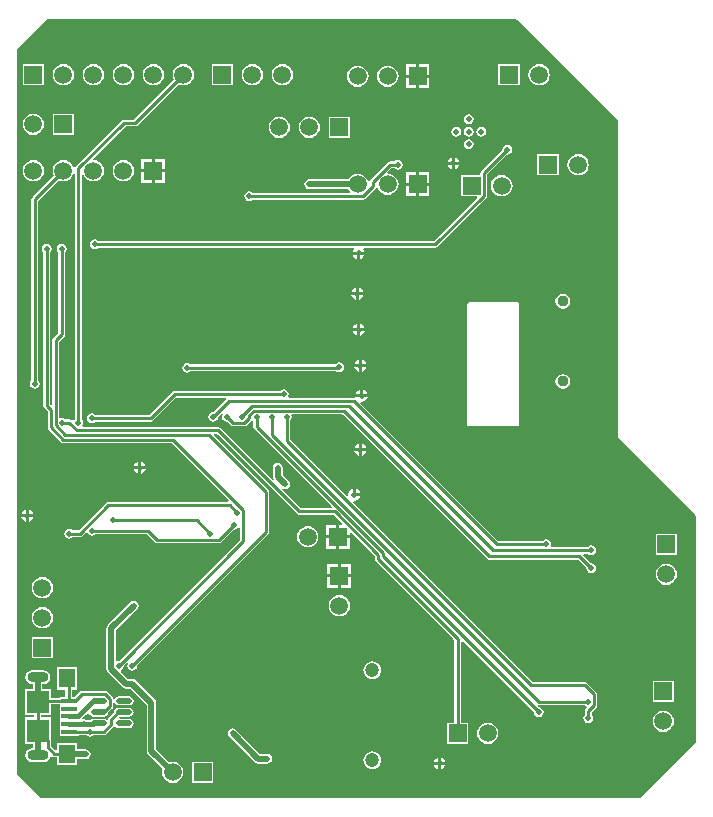
<source format=gbl>
%FSTAX23Y23*%
%MOIN*%
%SFA1B1*%

%IPPOS*%
%ADD16C,0.010000*%
%ADD75C,0.019680*%
%ADD77C,0.015000*%
%ADD78R,0.059060X0.059060*%
%ADD79C,0.059060*%
%ADD80C,0.037400*%
%ADD81R,0.059060X0.059060*%
%ADD82C,0.019680*%
%ADD83O,0.070870X0.035430*%
%ADD84C,0.047240*%
%ADD85O,0.053150X0.017720*%
%ADD86R,0.053150X0.015750*%
%ADD87R,0.055120X0.062990*%
%ADD88R,0.074800X0.074800*%
%LNsolears_v1-1*%
%LPD*%
G36*
X02675Y03604D02*
X02902Y03377D01*
X02982Y03297*
X03014Y03265*
Y02215*
X03015Y02211*
X03017Y02207*
X03274Y0195*
Y01194*
X0309Y0101*
X01089*
X0101Y01084*
Y03505*
X01109Y03604*
X02675*
G37*
%LNsolears_v1-2*%
%LPC*%
G36*
X02385Y03454D02*
X02351D01*
Y0342*
X02385*
Y03454*
G37*
G36*
X02341D02*
X02306D01*
Y0342*
X02341*
Y03454*
G37*
G36*
X0173Y03455D02*
X01659D01*
Y03384*
X0173*
Y03455*
G37*
G36*
X011D02*
X01029D01*
Y03384*
X011*
Y03455*
G37*
G36*
X02686D02*
X02615D01*
Y03384*
X02686*
Y03455*
G37*
G36*
X01895Y03455D02*
X01885Y03454D01*
X01877Y0345*
X01869Y03445*
X01864Y03437*
X0186Y03429*
X01859Y0342*
X0186Y0341*
X01864Y03402*
X01869Y03394*
X01877Y03389*
X01885Y03385*
X01895Y03384*
X01904Y03385*
X01912Y03389*
X0192Y03394*
X01925Y03402*
X01929Y0341*
X0193Y0342*
X01929Y03429*
X01925Y03437*
X0192Y03445*
X01912Y0345*
X01904Y03454*
X01895Y03455*
G37*
G36*
X01795D02*
X01785Y03454D01*
X01777Y0345*
X01769Y03445*
X01764Y03437*
X0176Y03429*
X01759Y0342*
X0176Y0341*
X01764Y03402*
X01769Y03394*
X01777Y03389*
X01785Y03385*
X01795Y03384*
X01804Y03385*
X01812Y03389*
X0182Y03394*
X01825Y03402*
X01829Y0341*
X0183Y0342*
X01829Y03429*
X01825Y03437*
X0182Y03445*
X01812Y0345*
X01804Y03454*
X01795Y03455*
G37*
G36*
X01565D02*
X01555Y03454D01*
X01547Y0345*
X01539Y03445*
X01534Y03437*
X0153Y03429*
X01529Y0342*
X0153Y0341*
X01533Y03404*
X014Y0327*
X01367*
X01363Y0327*
X01359Y03267*
X01207Y03115*
X01204Y03111*
X01199Y03109*
X01199Y03109*
X01195Y03117*
X0119Y03125*
X01182Y0313*
X01174Y03134*
X01165Y03135*
X01155Y03134*
X01147Y0313*
X01139Y03125*
X01134Y03117*
X0113Y03109*
X01129Y031*
X0113Y0309*
X01133Y03084*
X01062Y03012*
X01059Y03009*
X01058Y03005*
Y02401*
X01058Y02401*
X01055Y02396*
X01053Y0239*
X01055Y02383*
X01058Y02378*
X01063Y02375*
X0107Y02373*
X01076Y02375*
X01081Y02378*
X01084Y02383*
X01086Y0239*
X01084Y02396*
X01081Y02401*
X01081Y02401*
Y03*
X01149Y03068*
X01155Y03065*
X01165Y03064*
X01174Y03065*
X01182Y03069*
X0119Y03074*
X01195Y03082*
X01198Y03089*
X01203Y03088*
Y02271*
X01203Y02271*
X01201Y02267*
X01195Y02265*
X01193Y02267*
X01189Y0227*
X01185Y02271*
X01171*
X01171Y02271*
X01166Y02274*
X0116Y02276*
X01155Y02275*
X0115Y02278*
Y02529*
X01167Y02546*
X0117Y0255*
X01171Y02554*
Y02828*
X01171Y02828*
X01174Y02833*
X01176Y0284*
X01174Y02846*
X01171Y02851*
X01166Y02854*
X0116Y02856*
X01153Y02854*
X01148Y02851*
X01145Y02846*
X01143Y0284*
X01145Y02833*
X01148Y02828*
X01148Y02828*
Y02559*
X01131Y02541*
X01128Y02538*
X01128Y02534*
Y02322*
X01123Y02319*
X01121Y02321*
Y02828*
X01121Y02828*
X01124Y02833*
X01126Y0284*
X01124Y02846*
X01121Y02851*
X01116Y02854*
X0111Y02856*
X01103Y02854*
X01098Y02851*
X01095Y02846*
X01093Y0284*
X01095Y02833*
X01098Y02828*
X01098Y02828*
Y02315*
X01099Y0231*
X01102Y02307*
X01112Y02297*
Y02244*
X01113Y0224*
X01115Y02236*
X01157Y02195*
X0116Y02192*
X01164Y02192*
X01526*
X01717Y02001*
X01715Y01996*
X01315*
X01311Y01995*
X01307Y01992*
X01216Y01901*
X01196*
X01196Y01901*
X01191Y01904*
X01185Y01906*
X01178Y01904*
X01173Y01901*
X0117Y01896*
X01168Y0189*
X0117Y01883*
X01173Y01878*
X01178Y01875*
X01185Y01873*
X01191Y01875*
X01196Y01878*
X01196Y01878*
X0122*
X01224Y01879*
X01228Y01882*
X0124Y01894*
X01246Y01892*
X01248Y01888*
X01253Y01885*
X0126Y01883*
X01266Y01885*
X01271Y01888*
X01271Y01888*
X01443*
X0147Y01861*
X01474Y01858*
X01478Y01858*
X01684*
X01688Y01858*
X01692Y01861*
X01734Y01904*
X01735Y01903*
X01741Y01905*
X01746Y01908*
X01749Y01913*
X01749Y01913*
X01754Y0191*
Y0187*
X0135Y01466*
X0135Y01466*
X01345Y01465*
X0134Y01468*
Y01567*
X01411Y01638*
X01414Y01643*
X01416Y0165*
X01414Y01656*
X01411Y01661*
X01406Y01664*
X014Y01666*
X01393Y01664*
X01388Y01661*
X01313Y01585*
X01309Y0158*
X01308Y01574*
Y01439*
X01309Y01433*
X01313Y01428*
X01362Y01378*
X01367Y01375*
X01373Y01373*
X01388*
X01442Y01319*
Y01166*
X01443Y0116*
X01447Y01154*
X01496Y01106*
X01495Y01104*
X01494Y01095*
X01495Y01085*
X01499Y01077*
X01504Y01069*
X01512Y01064*
X0152Y0106*
X0153Y01059*
X01539Y0106*
X01547Y01064*
X01555Y01069*
X0156Y01077*
X01564Y01085*
X01565Y01095*
X01564Y01104*
X0156Y01112*
X01555Y0112*
X01547Y01125*
X01539Y01129*
X0153Y0113*
X0152Y01129*
X01518Y01128*
X01474Y01172*
Y01326*
X01473Y01332*
X0147Y01337*
X01406Y01401*
X01401Y01404*
X01395Y01406*
X0138*
X01356Y0143*
X01357Y01436*
X01361Y01438*
X01364Y01443*
X01366Y0145*
X01366Y0145*
X01378Y01462*
X01378Y01462*
X01382Y01459*
X01381Y01458*
X0138Y01456*
X01378Y0145*
X0138Y01443*
X01383Y01438*
X01388Y01435*
X01395Y01433*
X01401Y01435*
X01406Y01438*
X01409Y01443*
X01411Y0145*
X01411Y0145*
X01847Y01887*
X0185Y0189*
X01851Y01895*
Y0203*
X0185Y02034*
X01847Y02037*
X01666Y02219*
X01668Y02223*
X01676*
X01942Y01957*
X01946Y01954*
X0195Y01953*
X02064*
X02094Y01924*
X02092Y01919*
X02085*
Y01885*
X02119*
Y01892*
X02124Y01894*
X02203Y01814*
Y01805*
X02204Y01801*
X02207Y01797*
X02468Y01535*
Y0126*
X02444*
Y01189*
X02515*
Y0126*
X02491*
Y01531*
X02495Y01533*
X02734Y01295*
X02733Y01295*
X02735Y01288*
X02738Y01283*
X02743Y0128*
X0275Y01278*
X02756Y0128*
X02761Y01283*
X02764Y01288*
X02766Y01295*
X02764Y01301*
X02761Y01306*
X02756Y01309*
X0275Y01311*
X02749Y01311*
X02746Y01314*
X02748Y01319*
X0275Y01318*
X029*
X02901Y01318*
X02906Y01315*
X02908Y01314*
X02909Y01309*
X02908Y01307*
X02905Y01304*
X02904Y01299*
Y01287*
X02903Y01286*
X029Y01281*
X02898Y01275*
X029Y01268*
X02903Y01263*
X02908Y0126*
X02915Y01258*
X02921Y0126*
X02926Y01263*
X02929Y01268*
X02931Y01275*
X02929Y01281*
X02926Y01285*
Y01295*
X02941Y01309*
X02943Y01312*
X02944Y01317*
Y01354*
Y01354*
X02943Y01358*
X02941Y01361*
X0291Y01392*
X02906Y01395*
X02902Y01396*
X02729*
X0213Y01995*
X02132Y02*
X02135Y01999*
X02142Y02001*
X02149Y02005*
X02153Y02012*
X02154Y02015*
X02135*
Y0202*
X0213*
Y02039*
X02127Y02038*
X0212Y02034*
X02116Y02027*
X02114Y0202*
X02115Y02017*
X0211Y02015*
X01921Y02204*
Y02268*
X01921Y02268*
X01924Y02273*
X01926Y0228*
X01925Y02284*
X01928Y02289*
X02094*
X02577Y01807*
X0258Y01804*
X02585Y01803*
X0288*
X02909Y01775*
X02908Y01775*
X0291Y01768*
X02913Y01763*
X02918Y0176*
X02925Y01758*
X02931Y0176*
X02936Y01763*
X02939Y01768*
X02941Y01775*
X02939Y01781*
X02936Y01786*
X02931Y01789*
X02925Y01791*
X02924Y01791*
X02897Y01818*
X02899Y01823*
X02914*
X02918Y0182*
X02925Y01818*
X02931Y0182*
X02936Y01823*
X02939Y01828*
X02941Y01835*
X02939Y01841*
X02936Y01846*
X02931Y01849*
X02925Y01851*
X02918Y01849*
X02913Y01846*
X02912Y01845*
X02793*
X0279Y0185*
X02791Y01855*
X02789Y01861*
X02786Y01866*
X02781Y01869*
X02775Y01871*
X02768Y01869*
X02763Y01866*
X02763Y01866*
X02614*
X02155Y02325*
X02157Y0233*
X0216Y02329*
X02167Y02331*
X02174Y02335*
X02178Y02342*
X02179Y02345*
X02139*
X02138Y02344*
X02136Y02342*
X02132Y02343*
X01916*
X01914Y02348*
X01914Y02348*
X01916Y02355*
X01914Y02361*
X01911Y02366*
X01906Y02369*
X019Y02371*
X01893Y02369*
X01888Y02366*
X01888Y02366*
X01536*
X01532Y02365*
X01528Y02362*
X01451Y02286*
X01271*
X01271Y02286*
X01266Y02289*
X0126Y02291*
X01253Y02289*
X01248Y02286*
X01245Y02281*
X01243Y02275*
X01245Y02268*
X01248Y02263*
X01253Y0226*
X0126Y02258*
X01266Y0226*
X01271Y02263*
X01271Y02263*
X01456*
X0146Y02264*
X01464Y02267*
X0154Y02343*
X01706*
X01708Y02338*
X01665Y02296*
X01665Y02296*
X01658Y02294*
X01653Y02291*
X0165Y02286*
X01648Y0228*
X0165Y02273*
X01653Y02268*
X01658Y02265*
X01665Y02263*
X01671Y02265*
X01676Y02268*
X01679Y02273*
X01681Y0228*
X01681Y0228*
X01693Y02292*
X01693Y02292*
X01697Y02289*
X01696Y02288*
X01695Y02286*
X01693Y0228*
X01695Y02273*
X01698Y02268*
X01703Y02265*
X0171Y02263*
X0171Y02264*
X01722Y02251*
X01726Y02248*
X0173Y02248*
X01768*
X01772Y02248*
X01776Y02251*
X01792Y02267*
X01797Y02265*
X01798Y02263*
Y02246*
X01799Y02242*
X01802Y02239*
X0206Y0198*
X02058Y01976*
X01955*
X01893Y02037*
X01897Y02041*
X01898Y0204*
X01905Y02038*
X01911Y0204*
X01916Y02043*
X01919Y02048*
X01921Y02055*
X01919Y02061*
X01916Y02066*
X01896Y02086*
Y0211*
X01894Y02116*
X01891Y02121*
X01886Y02124*
X0188Y02126*
X01873Y02124*
X01868Y02121*
X01865Y02116*
X01863Y0211*
Y0208*
X01865Y02073*
X01866Y02072*
X01862Y02068*
X01688Y02242*
X01684Y02245*
X0168Y02246*
X0123*
X01228Y02251*
X01229Y02253*
X01231Y0226*
X01229Y02266*
X01226Y02271*
X01226Y02271*
Y03088*
X01231Y03089*
X01234Y03082*
X01239Y03074*
X01247Y03069*
X01255Y03065*
X01265Y03064*
X01274Y03065*
X01282Y03069*
X0129Y03074*
X01295Y03082*
X01299Y0309*
X013Y031*
X01299Y03109*
X01295Y03117*
X0129Y03125*
X01282Y0313*
X01274Y03134*
X01266Y03135*
X01263Y0314*
X01372Y03248*
X01404*
X01409Y03249*
X01412Y03251*
X01549Y03388*
X01555Y03385*
X01565Y03384*
X01574Y03385*
X01582Y03389*
X0159Y03394*
X01595Y03402*
X01599Y0341*
X016Y0342*
X01599Y03429*
X01595Y03437*
X0159Y03445*
X01582Y0345*
X01574Y03454*
X01565Y03455*
G37*
G36*
X01465D02*
X01455Y03454D01*
X01447Y0345*
X01439Y03445*
X01434Y03437*
X0143Y03429*
X01429Y0342*
X0143Y0341*
X01434Y03402*
X01439Y03394*
X01447Y03389*
X01455Y03385*
X01465Y03384*
X01474Y03385*
X01482Y03389*
X0149Y03394*
X01495Y03402*
X01499Y0341*
X015Y0342*
X01499Y03429*
X01495Y03437*
X0149Y03445*
X01482Y0345*
X01474Y03454*
X01465Y03455*
G37*
G36*
X01365D02*
X01355Y03454D01*
X01347Y0345*
X01339Y03445*
X01334Y03437*
X0133Y03429*
X01329Y0342*
X0133Y0341*
X01334Y03402*
X01339Y03394*
X01347Y03389*
X01355Y03385*
X01365Y03384*
X01374Y03385*
X01382Y03389*
X0139Y03394*
X01395Y03402*
X01399Y0341*
X014Y0342*
X01399Y03429*
X01395Y03437*
X0139Y03445*
X01382Y0345*
X01374Y03454*
X01365Y03455*
G37*
G36*
X01265D02*
X01255Y03454D01*
X01247Y0345*
X01239Y03445*
X01234Y03437*
X0123Y03429*
X01229Y0342*
X0123Y0341*
X01234Y03402*
X01239Y03394*
X01247Y03389*
X01255Y03385*
X01265Y03384*
X01274Y03385*
X01282Y03389*
X0129Y03394*
X01295Y03402*
X01299Y0341*
X013Y0342*
X01299Y03429*
X01295Y03437*
X0129Y03445*
X01282Y0345*
X01274Y03454*
X01265Y03455*
G37*
G36*
X01165D02*
X01155Y03454D01*
X01147Y0345*
X01139Y03445*
X01134Y03437*
X0113Y03429*
X01129Y0342*
X0113Y0341*
X01134Y03402*
X01139Y03394*
X01147Y03389*
X01155Y03385*
X01165Y03384*
X01174Y03385*
X01182Y03389*
X0119Y03394*
X01195Y03402*
X01199Y0341*
X012Y0342*
X01199Y03429*
X01195Y03437*
X0119Y03445*
X01182Y0345*
X01174Y03454*
X01165Y03455*
G37*
G36*
X02751D02*
X02742Y03454D01*
X02733Y0345*
X02726Y03445*
X0272Y03437*
X02716Y03429*
X02715Y0342*
X02716Y0341*
X0272Y03402*
X02726Y03394*
X02733Y03389*
X02742Y03385*
X02751Y03384*
X0276Y03385*
X02769Y03389*
X02776Y03394*
X02782Y03402*
X02785Y0341*
X02787Y0342*
X02785Y03429*
X02782Y03437*
X02776Y03445*
X02769Y0345*
X0276Y03454*
X02751Y03455*
G37*
G36*
X02246Y0345D02*
X02237Y03449D01*
X02228Y03445*
X02221Y0344*
X02215Y03432*
X02211Y03424*
X0221Y03415*
X02211Y03405*
X02215Y03397*
X02221Y03389*
X02228Y03384*
X02237Y0338*
X02246Y03379*
X02255Y0338*
X02264Y03384*
X02271Y03389*
X02277Y03397*
X0228Y03405*
X02282Y03415*
X0228Y03424*
X02277Y03432*
X02271Y0344*
X02264Y03445*
X02255Y03449*
X02246Y0345*
G37*
G36*
X02146D02*
X02137Y03449D01*
X02128Y03445*
X02121Y0344*
X02115Y03432*
X02111Y03424*
X0211Y03415*
X02111Y03405*
X02115Y03397*
X02121Y03389*
X02128Y03384*
X02137Y0338*
X02146Y03379*
X02155Y0338*
X02164Y03384*
X02171Y03389*
X02177Y03397*
X0218Y03405*
X02182Y03415*
X0218Y03424*
X02177Y03432*
X02171Y0344*
X02164Y03445*
X02155Y03449*
X02146Y0345*
G37*
G36*
X02385Y0341D02*
X02351D01*
Y03375*
X02385*
Y0341*
G37*
G36*
X02341D02*
X02306D01*
Y03375*
X02341*
Y0341*
G37*
G36*
X02516Y03287D02*
X0251Y03286D01*
X02504Y03282*
X02501Y03277*
X025Y03271*
X02501Y03265*
X02504Y03259*
X0251Y03256*
X02516Y03255*
X02522Y03256*
X02527Y03259*
X02531Y03265*
X02532Y03271*
X02531Y03277*
X02527Y03282*
X02522Y03286*
X02516Y03287*
G37*
G36*
X012Y0329D02*
X01129D01*
Y03219*
X012*
Y0329*
G37*
G36*
X01065Y0329D02*
X01055Y03289D01*
X01047Y03285*
X01039Y0328*
X01034Y03272*
X0103Y03264*
X01029Y03255*
X0103Y03245*
X01034Y03237*
X01039Y03229*
X01047Y03224*
X01055Y0322*
X01065Y03219*
X01074Y0322*
X01082Y03224*
X0109Y03229*
X01095Y03237*
X01099Y03245*
X011Y03255*
X01099Y03264*
X01095Y03272*
X0109Y0328*
X01082Y03285*
X01074Y03289*
X01065Y0329*
G37*
G36*
X02557Y03246D02*
X02551Y03244D01*
X02546Y03241*
X02542Y03236*
X02541Y0323*
X02542Y03223*
X02546Y03218*
X02551Y03215*
X02557Y03213*
X02563Y03215*
X02569Y03218*
X02572Y03223*
X02573Y0323*
X02572Y03236*
X02569Y03241*
X02563Y03244*
X02557Y03246*
G37*
G36*
X02516D02*
X0251Y03244D01*
X02504Y03241*
X02501Y03236*
X025Y0323*
X02501Y03223*
X02504Y03218*
X0251Y03215*
X02516Y03213*
X02522Y03215*
X02527Y03218*
X02531Y03223*
X02532Y0323*
X02531Y03236*
X02527Y03241*
X02522Y03244*
X02516Y03246*
G37*
G36*
X02475D02*
X02468Y03244D01*
X02463Y03241*
X0246Y03236*
X02458Y0323*
X0246Y03223*
X02463Y03218*
X02468Y03215*
X02475Y03213*
X02481Y03215*
X02486Y03218*
X02489Y03223*
X02491Y0323*
X02489Y03236*
X02486Y03241*
X02481Y03244*
X02475Y03246*
G37*
G36*
X0212Y0328D02*
X02049D01*
Y03209*
X0212*
Y0328*
G37*
G36*
X01985Y0328D02*
X01975Y03279D01*
X01967Y03275*
X01959Y0327*
X01954Y03262*
X0195Y03254*
X01949Y03245*
X0195Y03235*
X01954Y03227*
X01959Y03219*
X01967Y03214*
X01975Y0321*
X01985Y03209*
X01994Y0321*
X02002Y03214*
X0201Y03219*
X02015Y03227*
X02019Y03235*
X0202Y03245*
X02019Y03254*
X02015Y03262*
X0201Y0327*
X02002Y03275*
X01994Y03279*
X01985Y0328*
G37*
G36*
X01885D02*
X01875Y03279D01*
X01867Y03275*
X01859Y0327*
X01854Y03262*
X0185Y03254*
X01849Y03245*
X0185Y03235*
X01854Y03227*
X01859Y03219*
X01867Y03214*
X01875Y0321*
X01885Y03209*
X01894Y0321*
X01902Y03214*
X0191Y03219*
X01915Y03227*
X01919Y03235*
X0192Y03245*
X01919Y03254*
X01915Y03262*
X0191Y0327*
X01902Y03275*
X01894Y03279*
X01885Y0328*
G37*
G36*
X02516Y03204D02*
X0251Y03203D01*
X02504Y032*
X02501Y03194*
X025Y03188*
X02501Y03182*
X02504Y03177*
X0251Y03173*
X02516Y03172*
X02522Y03173*
X02527Y03177*
X02531Y03182*
X02532Y03188*
X02531Y03194*
X02527Y032*
X02522Y03203*
X02516Y03204*
G37*
G36*
X02645Y03186D02*
X02638Y03184D01*
X02633Y03181*
X0263Y03176*
X02628Y0317*
X02629Y03169*
X02558Y03099*
X02556Y03096*
X02555Y03091*
Y03085*
X0249*
Y03014*
X02543*
X02545Y03009*
X02401Y02866*
X01281*
X01281Y02866*
X01276Y02869*
X0127Y02871*
X01263Y02869*
X01258Y02866*
X01255Y02861*
X01253Y02855*
X01255Y02848*
X01258Y02843*
X01263Y0284*
X0127Y02838*
X01276Y0284*
X01281Y02843*
X01281Y02843*
X02133*
X02134Y0284*
X02135Y02838*
X02131Y02832*
X0213Y0283*
X02169*
X02168Y02832*
X02164Y02838*
X02165Y0284*
X02166Y02843*
X02405*
X0241Y02844*
X02413Y02847*
X02574Y03008*
X02577Y03011*
X02577Y03015*
Y03015*
Y03087*
X02644Y03154*
X02645Y03153*
X02651Y03155*
X02656Y03158*
X02659Y03163*
X02661Y0317*
X02659Y03176*
X02656Y03181*
X02651Y03184*
X02645Y03186*
G37*
G36*
X0228Y03136D02*
X02273Y03134D01*
X02268Y03131*
X02268Y03131*
X02254*
X02249Y0313*
X02246Y03127*
X02188Y0307*
X02186Y03066*
X02181Y03064*
X0218Y03064*
X02177Y03072*
X02171Y0308*
X02164Y03085*
X02155Y03089*
X02146Y0309*
X02137Y03089*
X02128Y03085*
X02121Y0308*
X02115Y03072*
X02114Y03071*
X01985*
X01978Y03069*
X01973Y03066*
X0197Y03061*
X01968Y03055*
X0197Y03048*
X01973Y03043*
X01978Y0304*
X01985Y03038*
X02114*
X02115Y03037*
X0212Y0303*
X02118Y03025*
X01796*
X01796Y03026*
X01791Y03029*
X01785Y03031*
X01778Y03029*
X01773Y03026*
X0177Y03021*
X01768Y03015*
X0177Y03008*
X01773Y03003*
X01778Y03*
X01785Y02998*
X01791Y03*
X01796Y03003*
X02163*
X02167Y03004*
X0217Y03006*
X02204Y03039*
X02206Y03043*
X02211Y03045*
X02212Y03045*
X02215Y03037*
X02221Y03029*
X02228Y03024*
X02237Y0302*
X02246Y03019*
X02255Y0302*
X02264Y03024*
X02271Y03029*
X02277Y03037*
X0228Y03045*
X02282Y03055*
X0228Y03064*
X02277Y03072*
X02271Y0308*
X02264Y03085*
X02255Y03089*
X02247Y0309*
X02245Y03095*
X02258Y03108*
X02268*
X02268Y03108*
X02273Y03105*
X0228Y03103*
X02286Y03105*
X02291Y03108*
X02294Y03113*
X02296Y0312*
X02294Y03126*
X02291Y03131*
X02286Y03134*
X0228Y03136*
G37*
G36*
X0247Y03144D02*
Y0313D01*
X02484*
X02483Y03132*
X02479Y03139*
X02472Y03143*
X0247Y03144*
G37*
G36*
X0246D02*
X02457Y03143D01*
X0245Y03139*
X02446Y03132*
X02445Y0313*
X0246*
Y03144*
G37*
G36*
X02484Y0312D02*
X0247D01*
Y03105*
X02472Y03106*
X02479Y0311*
X02483Y03117*
X02484Y0312*
G37*
G36*
X0246D02*
X02445D01*
X02446Y03117*
X0245Y0311*
X02457Y03106*
X0246Y03105*
Y0312*
G37*
G36*
X01504Y03139D02*
X0147D01*
Y03105*
X01504*
Y03139*
G37*
G36*
X0146D02*
X01425D01*
Y03105*
X0146*
Y03139*
G37*
G36*
X02816Y03155D02*
X02745D01*
Y03084*
X02816*
Y03155*
G37*
G36*
X02881Y03155D02*
X02872Y03154D01*
X02863Y0315*
X02856Y03145*
X0285Y03137*
X02846Y03129*
X02845Y0312*
X02846Y0311*
X0285Y03102*
X02856Y03094*
X02863Y03089*
X02872Y03085*
X02881Y03084*
X0289Y03085*
X02899Y03089*
X02906Y03094*
X02912Y03102*
X02915Y0311*
X02917Y0312*
X02915Y03129*
X02912Y03137*
X02906Y03145*
X02899Y0315*
X0289Y03154*
X02881Y03155*
G37*
G36*
X01365Y03135D02*
X01355Y03134D01*
X01347Y0313*
X01339Y03125*
X01334Y03117*
X0133Y03109*
X01329Y031*
X0133Y0309*
X01334Y03082*
X01339Y03074*
X01347Y03069*
X01355Y03065*
X01365Y03064*
X01374Y03065*
X01382Y03069*
X0139Y03074*
X01395Y03082*
X01399Y0309*
X014Y031*
X01399Y03109*
X01395Y03117*
X0139Y03125*
X01382Y0313*
X01374Y03134*
X01365Y03135*
G37*
G36*
X01065D02*
X01055Y03134D01*
X01047Y0313*
X01039Y03125*
X01034Y03117*
X0103Y03109*
X01029Y031*
X0103Y0309*
X01034Y03082*
X01039Y03074*
X01047Y03069*
X01055Y03065*
X01065Y03064*
X01074Y03065*
X01082Y03069*
X0109Y03074*
X01095Y03082*
X01099Y0309*
X011Y031*
X01099Y03109*
X01095Y03117*
X0109Y03125*
X01082Y0313*
X01074Y03134*
X01065Y03135*
G37*
G36*
X01504Y03095D02*
X0147D01*
Y0306*
X01504*
Y03095*
G37*
G36*
X0146D02*
X01425D01*
Y0306*
X0146*
Y03095*
G37*
G36*
X02385Y03094D02*
X02351D01*
Y0306*
X02385*
Y03094*
G37*
G36*
X02341D02*
X02306D01*
Y0306*
X02341*
Y03094*
G37*
G36*
X02385Y0305D02*
X02351D01*
Y03015*
X02385*
Y0305*
G37*
G36*
X02341D02*
X02306D01*
Y03015*
X02341*
Y0305*
G37*
G36*
X02626Y03085D02*
X02617Y03084D01*
X02608Y0308*
X02601Y03075*
X02595Y03067*
X02591Y03059*
X0259Y0305*
X02591Y0304*
X02595Y03032*
X02601Y03024*
X02608Y03019*
X02617Y03015*
X02626Y03014*
X02635Y03015*
X02644Y03019*
X02651Y03024*
X02657Y03032*
X0266Y0304*
X02662Y0305*
X0266Y03059*
X02657Y03067*
X02651Y03075*
X02644Y0308*
X02635Y03084*
X02626Y03085*
G37*
G36*
X02169Y0282D02*
X02155D01*
Y02805*
X02157Y02806*
X02164Y0281*
X02168Y02817*
X02169Y0282*
G37*
G36*
X02145D02*
X0213D01*
X02131Y02817*
X02135Y0281*
X02142Y02806*
X02145Y02805*
Y0282*
G37*
G36*
X0215Y02709D02*
Y02695D01*
X02164*
X02163Y02697*
X02159Y02704*
X02152Y02708*
X0215Y02709*
G37*
G36*
X0214D02*
X02137Y02708D01*
X0213Y02704*
X02126Y02697*
X02125Y02695*
X0214*
Y02709*
G37*
G36*
X02164Y02685D02*
X0215D01*
Y0267*
X02152Y02671*
X02159Y02675*
X02163Y02682*
X02164Y02685*
G37*
G36*
X0214D02*
X02125D01*
X02126Y02682*
X0213Y02675*
X02137Y02671*
X0214Y0267*
Y02685*
G37*
G36*
X0283Y0269D02*
X0282Y02688D01*
X02812Y02682*
X02806Y02674*
X02804Y02665*
X02806Y02655*
X02812Y02647*
X0282Y02641*
X0283Y02639*
X02839Y02641*
X02847Y02647*
X02853Y02655*
X02855Y02665*
X02853Y02674*
X02847Y02682*
X02839Y02688*
X0283Y0269*
G37*
G36*
X02155Y02589D02*
Y02575D01*
X02169*
X02168Y02577*
X02164Y02584*
X02157Y02588*
X02155Y02589*
G37*
G36*
X02145D02*
X02142Y02588D01*
X02135Y02584*
X02131Y02577*
X0213Y02575*
X02145*
Y02589*
G37*
G36*
X02169Y02565D02*
X02155D01*
Y0255*
X02157Y02551*
X02164Y02555*
X02168Y02562*
X02169Y02565*
G37*
G36*
X02145D02*
X0213D01*
X02131Y02562*
X02135Y02555*
X02142Y02551*
X02145Y0255*
Y02565*
G37*
G36*
X0216Y02469D02*
Y02455D01*
X02174*
X02173Y02457*
X02169Y02464*
X02162Y02468*
X0216Y02469*
G37*
G36*
X0215D02*
X02147Y02468D01*
X0214Y02464*
X02136Y02457*
X02135Y02455*
X0215*
Y02469*
G37*
G36*
X02085Y02461D02*
X02078Y02459D01*
X02073Y02456*
X02072Y02454*
X01587*
X01583Y02457*
X01577Y02458*
X01571Y02457*
X01566Y02453*
X01562Y02448*
X01561Y02442*
X01562Y02436*
X01566Y02431*
X01571Y02427*
X01577Y02426*
X01583Y02427*
X01588Y02431*
X01589Y02432*
X02075*
X02078Y0243*
X02085Y02428*
X02091Y0243*
X02096Y02433*
X02099Y02438*
X02101Y02445*
X02099Y02451*
X02096Y02456*
X02091Y02459*
X02085Y02461*
G37*
G36*
X02174Y02445D02*
X0216D01*
Y0243*
X02162Y02431*
X02169Y02435*
X02173Y02442*
X02174Y02445*
G37*
G36*
X0215D02*
X02135D01*
X02136Y02442*
X0214Y02435*
X02147Y02431*
X0215Y0243*
Y02445*
G37*
G36*
X0283Y02422D02*
X0282Y0242D01*
X02812Y02415*
X02806Y02406*
X02804Y02397*
X02806Y02387*
X02812Y02379*
X0282Y02374*
X0283Y02372*
X02839Y02374*
X02847Y02379*
X02853Y02387*
X02855Y02397*
X02853Y02406*
X02847Y02415*
X02839Y0242*
X0283Y02422*
G37*
G36*
X02165Y02369D02*
Y02355D01*
X02179*
X02178Y02357*
X02174Y02364*
X02167Y02368*
X02165Y02369*
G37*
G36*
X02155D02*
X02152Y02368D01*
X02145Y02364*
X02141Y02357*
X0214Y02355*
X02155*
Y02369*
G37*
G36*
X02677Y02661D02*
X02518D01*
X02513Y02659*
X02511Y02655*
Y02253*
X02513Y02249*
X02518Y02247*
X02677*
X02682Y02249*
X02684Y02253*
Y02655*
X02682Y02659*
X02677Y02661*
G37*
G36*
X0216Y02189D02*
Y02175D01*
X02174*
X02173Y02177*
X02169Y02184*
X02162Y02188*
X0216Y02189*
G37*
G36*
X0215D02*
X02147Y02188D01*
X0214Y02184*
X02136Y02177*
X02135Y02175*
X0215*
Y02189*
G37*
G36*
X02174Y02165D02*
X0216D01*
Y0215*
X02162Y02151*
X02169Y02155*
X02173Y02162*
X02174Y02165*
G37*
G36*
X0215D02*
X02135D01*
X02136Y02162*
X0214Y02155*
X02147Y02151*
X0215Y0215*
Y02165*
G37*
G36*
X01425Y02129D02*
Y02115D01*
X01439*
X01438Y02117*
X01434Y02124*
X01427Y02128*
X01425Y02129*
G37*
G36*
X01415D02*
X01412Y02128D01*
X01405Y02124*
X01401Y02117*
X014Y02115*
X01415*
Y02129*
G37*
G36*
X01439Y02105D02*
X01425D01*
Y0209*
X01427Y02091*
X01434Y02095*
X01438Y02102*
X01439Y02105*
G37*
G36*
X01415D02*
X014D01*
X01401Y02102*
X01405Y02095*
X01412Y02091*
X01415Y0209*
Y02105*
G37*
G36*
X0214Y02039D02*
Y02025D01*
X02154*
X02153Y02027*
X02149Y02034*
X02142Y02038*
X0214Y02039*
G37*
G36*
X0105Y01969D02*
Y01955D01*
X01064*
X01063Y01957*
X01059Y01964*
X01052Y01968*
X0105Y01969*
G37*
G36*
X0104D02*
X01037Y01968D01*
X0103Y01964*
X01026Y01957*
X01025Y01955*
X0104*
Y01969*
G37*
G36*
X01064Y01945D02*
X0105D01*
Y0193*
X01052Y01931*
X01059Y01935*
X01063Y01942*
X01064Y01945*
G37*
G36*
X0104D02*
X01025D01*
X01026Y01942*
X0103Y01935*
X01037Y01931*
X0104Y0193*
Y01945*
G37*
G36*
X02075Y01919D02*
X0204D01*
Y01885*
X02075*
Y01919*
G37*
G36*
X0198Y01915D02*
X0197Y01914D01*
X01962Y0191*
X01954Y01905*
X01949Y01897*
X01945Y01889*
X01944Y0188*
X01945Y0187*
X01949Y01862*
X01954Y01854*
X01962Y01849*
X0197Y01845*
X0198Y01844*
X01989Y01845*
X01997Y01849*
X02005Y01854*
X0201Y01862*
X02014Y0187*
X02015Y0188*
X02014Y01889*
X0201Y01897*
X02005Y01905*
X01997Y0191*
X01989Y01914*
X0198Y01915*
G37*
G36*
X02119Y01875D02*
X02085D01*
Y0184*
X02119*
Y01875*
G37*
G36*
X02075D02*
X0204D01*
Y0184*
X02075*
Y01875*
G37*
G36*
X0321Y0189D02*
X03139D01*
Y01819*
X0321*
Y0189*
G37*
G36*
X02124Y01789D02*
X0209D01*
Y01755*
X02124*
Y01789*
G37*
G36*
X0208D02*
X02045D01*
Y01755*
X0208*
Y01789*
G37*
G36*
X03175Y0179D02*
X03165Y01789D01*
X03157Y01785*
X03149Y0178*
X03144Y01772*
X0314Y01764*
X03139Y01755*
X0314Y01745*
X03144Y01737*
X03149Y01729*
X03157Y01724*
X03165Y0172*
X03175Y01719*
X03184Y0172*
X03192Y01724*
X032Y01729*
X03205Y01737*
X03209Y01745*
X0321Y01755*
X03209Y01764*
X03205Y01772*
X032Y0178*
X03192Y01785*
X03184Y01789*
X03175Y0179*
G37*
G36*
X02124Y01745D02*
X0209D01*
Y0171*
X02124*
Y01745*
G37*
G36*
X0208D02*
X02045D01*
Y0171*
X0208*
Y01745*
G37*
G36*
X01095Y01745D02*
X01085Y01744D01*
X01077Y0174*
X01069Y01735*
X01064Y01727*
X0106Y01719*
X01059Y0171*
X0106Y017*
X01064Y01692*
X01069Y01684*
X01077Y01679*
X01085Y01675*
X01095Y01674*
X01104Y01675*
X01112Y01679*
X0112Y01684*
X01125Y01692*
X01129Y017*
X0113Y0171*
X01129Y01719*
X01125Y01727*
X0112Y01735*
X01112Y0174*
X01104Y01744*
X01095Y01745*
G37*
G36*
X02085Y01685D02*
X02075Y01684D01*
X02067Y0168*
X02059Y01675*
X02054Y01667*
X0205Y01659*
X02049Y0165*
X0205Y0164*
X02054Y01632*
X02059Y01624*
X02067Y01619*
X02075Y01615*
X02085Y01614*
X02094Y01615*
X02102Y01619*
X0211Y01624*
X02115Y01632*
X02119Y0164*
X0212Y0165*
X02119Y01659*
X02115Y01667*
X0211Y01675*
X02102Y0168*
X02094Y01684*
X02085Y01685*
G37*
G36*
X01095Y01645D02*
X01085Y01644D01*
X01077Y0164*
X01069Y01635*
X01064Y01627*
X0106Y01619*
X01059Y0161*
X0106Y016*
X01064Y01592*
X01069Y01584*
X01077Y01579*
X01085Y01575*
X01095Y01574*
X01104Y01575*
X01112Y01579*
X0112Y01584*
X01125Y01592*
X01129Y016*
X0113Y0161*
X01129Y01619*
X01125Y01627*
X0112Y01635*
X01112Y0164*
X01104Y01644*
X01095Y01645*
G37*
G36*
X0113Y01545D02*
X01059D01*
Y01474*
X0113*
Y01545*
G37*
G36*
X02195Y01464D02*
X02187Y01463D01*
X0218Y0146*
X02173Y01456*
X02169Y01449*
X02166Y01442*
X02165Y01435*
X02166Y01427*
X02169Y0142*
X02173Y01413*
X0218Y01409*
X02187Y01406*
X02195Y01405*
X02202Y01406*
X02209Y01409*
X02216Y01413*
X0222Y0142*
X02223Y01427*
X02224Y01435*
X02223Y01442*
X0222Y01449*
X02216Y01456*
X02209Y0146*
X02202Y01463*
X02195Y01464*
G37*
G36*
X01209Y01444D02*
X01142D01*
Y01369*
X01171*
Y01346*
X01152*
Y01343*
X01122*
Y01371*
X01095*
Y01387*
X01097*
X01106Y01388*
X01114Y01394*
X01119Y01401*
X01121Y01411*
X01119Y0142*
X01114Y01428*
X01106Y01433*
X01097Y01435*
X01061*
X01052Y01433*
X01044Y01428*
X01039Y0142*
X01037Y01411*
X01039Y01401*
X01044Y01394*
X01052Y01388*
X01061Y01387*
X01063*
Y01371*
X01036*
Y01285*
X01068*
Y01277*
X01036*
Y0119*
X01063*
Y01175*
X01061*
X01052Y01173*
X01044Y01168*
X01039Y0116*
X01037Y01151*
X01039Y01142*
X01044Y01134*
X01052Y01129*
X01061Y01127*
X01097*
X01106Y01129*
X01114Y01134*
X01119Y01142*
X0112Y01146*
X01126Y01148*
X01127Y01147*
Y01147*
X0113Y01144*
X01135Y01144*
X01142*
Y01117*
X01209*
Y01139*
X01239*
X0124Y01138*
X01246Y0114*
X01251Y01143*
X01254Y01148*
X01256Y01155*
X01254Y01161*
X01251Y01166*
X01251Y01166*
X01245Y0117*
X01239Y01171*
X01209*
Y01192*
X01142*
Y0117*
X01137Y01168*
X01123Y01182*
Y01201*
X01122Y01202*
Y01277*
X0109*
Y01285*
X01122*
Y01321*
X01152*
Y01292*
Y01267*
Y01241*
Y01216*
X01217*
Y01218*
X01243*
X01243Y01218*
X01248Y01215*
X01255Y01213*
X01261Y01215*
X01266Y01218*
X01266Y01218*
X013*
X01305Y01219*
X01308Y01222*
X01333Y01246*
X01336Y01247*
X01338Y01246*
X01339Y01246*
X01343Y01243*
X01349Y01242*
X01385*
X0139Y01243*
X01395Y01246*
X01398Y01251*
X014Y01257*
X01398Y01263*
X01395Y01268*
X0139Y01271*
X01385Y01272*
X01352*
X01349Y01277*
X01351Y01279*
X01385*
X0139Y01281*
X01395Y01284*
X01398Y01289*
X014Y01295*
X01398Y013*
X01395Y01305*
X0139Y01308*
X01385Y0131*
X01349*
X01343Y01308*
X01338Y01305*
X01335Y013*
X01334Y01295*
X01318Y01279*
X01315Y01275*
X01314Y01271*
X01314Y0127*
X01309Y01269*
X01306Y01271*
X013Y01272*
X01264*
X01259Y01271*
X01255Y01269*
X01242*
X01241Y01269*
X01235Y01271*
X01228Y01269*
X01226Y01274*
X01226Y01274*
X01236Y01284*
X01241Y01285*
X01246Y01288*
X01246Y01288*
X01251Y01287*
X01254Y01284*
X01259Y01281*
X01264Y01279*
X013*
X01306Y01281*
X01311Y01284*
X01314Y01289*
X01315Y01294*
X01328Y01306*
X0133Y0131*
X01331Y01314*
Y01324*
X01332Y01325*
X01336Y01325*
X01338Y01321*
X01343Y01318*
X01349Y01317*
X01385*
X0139Y01318*
X01395Y01321*
X01398Y01326*
X014Y01332*
X01398Y01338*
X01395Y01343*
X0139Y01346*
X01385Y01347*
X01349*
X01343Y01346*
X01338Y01343*
X01336Y01339*
X01332Y01339*
X01331Y01339*
Y0134*
X0133Y01344*
X01328Y01348*
X01313Y01362*
X0131Y01365*
X01305Y01366*
X01226*
X01222Y01365*
X01218Y01362*
X01201Y01346*
X01193*
Y01369*
X01209*
Y01444*
G37*
G36*
X032Y014D02*
X03129D01*
Y01329*
X032*
Y014*
G37*
G36*
X03165Y013D02*
X03155Y01299D01*
X03147Y01295*
X03139Y0129*
X03134Y01282*
X0313Y01274*
X03129Y01265*
X0313Y01255*
X03134Y01247*
X03139Y01239*
X03147Y01234*
X03155Y0123*
X03165Y01229*
X03174Y0123*
X03182Y01234*
X0319Y01239*
X03195Y01247*
X03199Y01255*
X032Y01265*
X03199Y01274*
X03195Y01282*
X0319Y0129*
X03182Y01295*
X03174Y01299*
X03165Y013*
G37*
G36*
X0258Y0126D02*
X0257Y01259D01*
X02562Y01255*
X02554Y0125*
X02549Y01242*
X02545Y01234*
X02544Y01225*
X02545Y01215*
X02549Y01207*
X02554Y01199*
X02562Y01194*
X0257Y0119*
X0258Y01189*
X02589Y0119*
X02597Y01194*
X02605Y01199*
X0261Y01207*
X02614Y01215*
X02615Y01225*
X02614Y01234*
X0261Y01242*
X02605Y0125*
X02597Y01255*
X02589Y01259*
X0258Y0126*
G37*
G36*
X02425Y01144D02*
Y0113D01*
X02439*
X02438Y01132*
X02434Y01139*
X02427Y01143*
X02425Y01144*
G37*
G36*
X02415D02*
X02412Y01143D01*
X02405Y01139*
X02401Y01132*
X024Y0113*
X02415*
Y01144*
G37*
G36*
X0173Y01241D02*
X01723Y01239D01*
X01718Y01236*
X01715Y01231*
X01713Y01225*
X01715Y01218*
X01718Y01213*
X01803Y01128*
X01808Y01125*
X01815Y01123*
X01845*
X01851Y01125*
X01856Y01128*
X01859Y01133*
X01861Y0114*
X01859Y01146*
X01856Y01151*
X01851Y01154*
X01845Y01156*
X01821*
X01741Y01236*
X01736Y01239*
X01735Y0124*
X0173Y01241*
G37*
G36*
X02439Y0112D02*
X02425D01*
Y01105*
X02427Y01106*
X02434Y0111*
X02438Y01117*
X02439Y0112*
G37*
G36*
X02415D02*
X024D01*
X02401Y01117*
X02405Y0111*
X02412Y01106*
X02415Y01105*
Y0112*
G37*
G36*
X02195Y01164D02*
X02187Y01163D01*
X0218Y0116*
X02173Y01156*
X02169Y01149*
X02166Y01142*
X02165Y01135*
X02166Y01127*
X02169Y0112*
X02173Y01113*
X0218Y01109*
X02187Y01106*
X02195Y01105*
X02202Y01106*
X02209Y01109*
X02216Y01113*
X0222Y0112*
X02223Y01127*
X02224Y01135*
X02223Y01142*
X0222Y01149*
X02216Y01156*
X02209Y0116*
X02202Y01163*
X02195Y01164*
G37*
G36*
X01665Y0113D02*
X01594D01*
Y01059*
X01665*
Y0113*
G37*
%LNsolears_v1-3*%
%LPD*%
G54D16*
X01395Y0145D02*
X0184Y01895D01*
Y0203*
X0135Y0145D02*
X01765Y01865D01*
X0165Y02219D02*
X0184Y0203D01*
X01531Y02203D02*
X01765Y01968D01*
Y01865D02*
Y01968D01*
X01171Y02219D02*
X0165D01*
X02566Y03091D02*
X02645Y0317D01*
X02566Y03015D02*
Y03091D01*
X02405Y02855D02*
X02566Y03015D01*
X0127Y02855D02*
X02405D01*
X02254Y0312D02*
X0228D01*
X02196Y03062D02*
X02254Y0312D01*
X02196Y03047D02*
Y03062D01*
X02163Y03014D02*
X02196Y03047D01*
X01785Y03014D02*
X02163D01*
X01785Y03015D02*
X01785Y03014D01*
X02083Y02443D02*
X02085Y02445D01*
X01578Y02443D02*
X02083D01*
X01577Y02442D02*
X01578Y02443D01*
X01536Y02355D02*
X019D01*
X01456Y02275D02*
X01536Y02355D01*
X0126Y02275D02*
X01456D01*
X01717Y02332D02*
X02132D01*
X01665Y0228D02*
X01717Y02332D01*
X02132D02*
X0261Y01855D01*
X02775*
X0107Y0239D02*
Y03005D01*
X01165Y031*
X0186Y0222D02*
Y0228D01*
X0181Y02246D02*
Y0228D01*
X01785Y02275D02*
Y02284D01*
X01768Y02259D02*
X01785Y02275D01*
X0191Y022D02*
Y0228D01*
X01801Y023D02*
X02099D01*
X01794Y02316D02*
X02116D01*
X0176Y0228D02*
Y02281D01*
X0173Y02259D02*
X01768D01*
X0171Y0228D02*
X0173Y02259D01*
X01785Y02284D02*
X01801Y023D01*
X0181Y02246D02*
X0223Y01826D01*
X0176Y02281D02*
X01794Y02316D01*
X0191Y022D02*
X02725Y01385D01*
X01215Y0226D02*
Y03107D01*
X01367Y03259*
X01404*
X01565Y0342*
X01139Y02251D02*
X01171Y02219D01*
X01164Y02203D02*
X01531D01*
X01123Y02244D02*
X01164Y02203D01*
X0168Y02235D02*
X0195Y01965D01*
X0121Y02235D02*
X0168D01*
X01185Y0226D02*
X0121Y02235D01*
X01139Y02251D02*
Y02534D01*
X01123Y02244D02*
Y02301D01*
X0111Y02315D02*
X01123Y02301D01*
X01684Y01869D02*
X01735Y0192D01*
X01478Y01869D02*
X01684D01*
X01315Y01985D02*
X0172D01*
X0122Y0189D02*
X01315Y01985D01*
X0172D02*
X01745Y0196D01*
X0133Y01935D02*
X0161D01*
X01447Y019D02*
X01478Y01869D01*
X0126Y019D02*
X01447D01*
X0161Y01935D02*
X01655Y0189D01*
X0195Y01965D02*
X02069D01*
X02215Y01819*
X0248Y01225D02*
Y0154D01*
X02215Y01805D02*
X0248Y0154D01*
X0223Y01814D02*
X0275Y01295D01*
X0223Y01814D02*
Y01826D01*
X02215Y01805D02*
Y01819D01*
X0186Y0222D02*
X0275Y0133D01*
X01185Y0189D02*
X0122D01*
X0116Y0226D02*
X01185D01*
X0111Y02315D02*
Y0284D01*
X0116Y02554D02*
Y0284D01*
X01139Y02534D02*
X0116Y02554D01*
X01083Y01332D02*
X01185D01*
X013Y0123D02*
X01325Y01255D01*
X01255Y0123D02*
X013D01*
X02885Y01815D02*
X02925Y01775D01*
X02585Y01815D02*
X02885D01*
X02099Y023D02*
X02585Y01815D01*
X02933Y01317D02*
Y01354D01*
X02902Y01385D02*
X02933Y01354D01*
X02725Y01385D02*
X02902D01*
X0275Y0133D02*
X02912D01*
X02116Y02316D02*
X02598Y01834D01*
X02924*
X02925Y01835*
X02915Y01299D02*
X02933Y01317D01*
X02915Y01275D02*
Y01299D01*
X02915Y01275D02*
X02915Y01275D01*
X01185Y0123D02*
X01255D01*
X01079Y01328D02*
X01083Y01332D01*
X01079Y01233D02*
Y01328D01*
X01112Y01178D02*
X01135Y01155D01*
X01112Y01178D02*
Y01201D01*
X01079Y01233D02*
X01112Y01201D01*
X01135Y01155D02*
X01176D01*
X01182Y01335D02*
X01185Y01332D01*
X01182Y01335D02*
Y01401D01*
X01176Y01407D02*
X01182Y01401D01*
X01203Y01332D02*
X01226Y01355D01*
X01185Y01332D02*
X01203D01*
X01226Y01355D02*
X01305D01*
X0132Y0134*
Y01314D02*
Y0134D01*
X013Y01295D02*
X0132Y01314D01*
X01282Y01295D02*
X013D01*
X01349D02*
X01367D01*
X01325Y01271D02*
X01349Y01295D01*
X01325Y01255D02*
Y01271D01*
G54D75*
X01324Y01439D02*
Y01574D01*
Y01439D02*
X01373Y0139D01*
X01395*
X01324Y01574D02*
X014Y0165D01*
X01395Y0139D02*
X01458Y01326D01*
Y01166D02*
Y01326D01*
Y01166D02*
X0153Y01095D01*
X01079Y01151D02*
Y01233D01*
Y01328D02*
Y01411D01*
X01985Y03055D02*
X02146D01*
X01239Y01155D02*
X0124Y01155D01*
X01176Y01155D02*
X01239D01*
X0188Y0208D02*
X01905Y02055D01*
X0188Y0208D02*
Y0211D01*
X0173Y01225D02*
X01815Y0114D01*
X01845*
G54D77*
X01214Y01281D02*
X01264Y01332D01*
X01185Y01281D02*
X01214D01*
X01264Y01332D02*
X01282D01*
X01185Y01255D02*
X01262D01*
X01185Y01281D02*
X01185Y01281D01*
X01264Y01257D02*
X01282D01*
X01262Y01255D02*
X01264Y01257D01*
G54D78*
X0163Y01095D03*
X01065Y0342D03*
X02781Y0312D03*
X0248Y01225D03*
X02526Y0305D03*
X02346Y03415D03*
X02651Y0342D03*
X01695D03*
X02346Y03055D03*
X02085Y03245D03*
X0208Y0188D03*
X01465Y031D03*
X01165Y03255D03*
G54D79*
X0153Y01095D03*
X01165Y0342D03*
X01265D03*
X01365D03*
X01465D03*
X01565D03*
X02881Y0312D03*
X02085Y0165D03*
X0258Y01225D03*
X02626Y0305D03*
X01095Y0171D03*
Y0161D03*
X02246Y03415D03*
X02146D03*
X02751Y0342D03*
X01795D03*
X01895D03*
X02246Y03055D03*
X02146D03*
X03165Y01265D03*
X01985Y03245D03*
X01885D03*
X0198Y0188D03*
X03175Y01755D03*
X01065Y031D03*
X01165D03*
X01265D03*
X01365D03*
X01065Y03255D03*
G54D80*
X0283Y02397D03*
Y02665D03*
G54D81*
X02085Y0175D03*
X01095Y0151D03*
X03165Y01365D03*
X03175Y01855D03*
G54D82*
X01079Y01151D03*
Y01411D03*
X014Y0165D03*
X01395Y0145D03*
X0135D03*
X01985Y03055D03*
X01239Y01155D03*
X01905Y02055D03*
X0188Y0211D03*
X02465Y03125D03*
X0142Y0211D03*
X01845Y0114D03*
X0173Y01225D03*
X0127Y02855D03*
X02645Y0317D03*
X0228Y0312D03*
X01785Y03015D03*
X02135Y0202D03*
X02155Y0217D03*
X0216Y0235D03*
X02155Y0245D03*
X0215Y0257D03*
X02145Y0269D03*
X0215Y02825D03*
X02085Y02445D03*
X01577Y02442D03*
X019Y02355D03*
X0126Y02275D03*
X0107Y0239D03*
X0242Y01125D03*
X01045Y0195D03*
X0186Y0228D03*
X0181D03*
X0191D03*
X0176D03*
X01665D03*
X0171D03*
X01735Y0192D03*
X0133Y01935D03*
X01745Y0196D03*
X01655Y0189D03*
X0126Y019D03*
X01185Y0189D03*
X0111Y0284D03*
X0116D03*
X01215Y0226D03*
X0116D03*
X02925Y01775D03*
Y01835D03*
X02775Y01855D03*
X02912Y0133D03*
X02915Y01275D03*
X0275Y01295D03*
X01255Y0123D03*
X01235Y013D03*
Y01255D03*
X02516Y03188D03*
Y03271D03*
X02475Y0323D03*
X02557D03*
X02516D03*
G54D83*
X01079Y01151D03*
Y01411D03*
G54D84*
X02195Y01435D03*
Y01135D03*
G54D85*
X01367Y01332D03*
Y01295D03*
Y01257D03*
X01282Y01332D03*
Y01295D03*
Y01257D03*
G54D86*
X01185Y0123D03*
Y01255D03*
Y01281D03*
Y01306D03*
Y01332D03*
G54D87*
X01176Y01155D03*
Y01407D03*
G54D88*
X01079Y01233D03*
Y01328D03*
M02*
</source>
